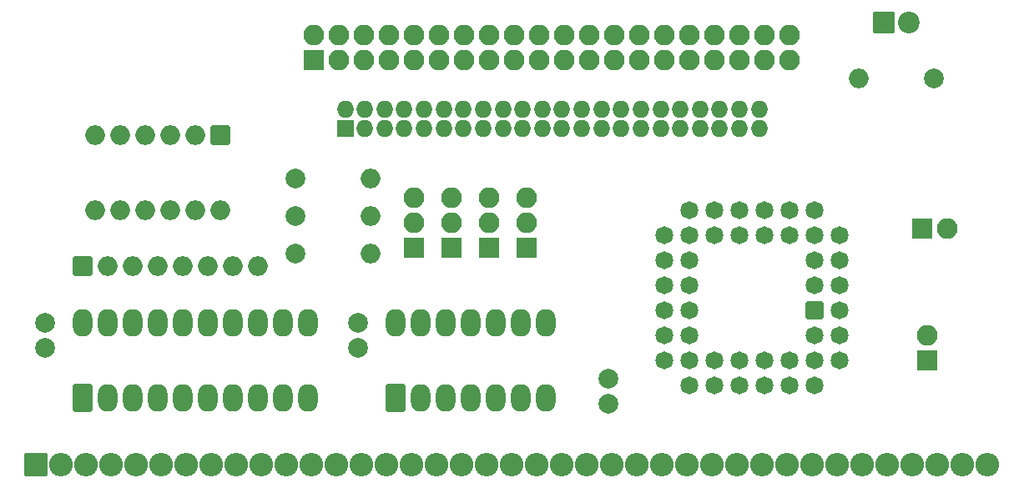
<source format=gbr>
%TF.GenerationSoftware,KiCad,Pcbnew,(6.0.6)*%
%TF.CreationDate,2022-07-25T23:07:27+01:00*%
%TF.ProjectId,rc2014-82c55-ide,72633230-3134-42d3-9832-6335352d6964,3-pre*%
%TF.SameCoordinates,Original*%
%TF.FileFunction,Soldermask,Bot*%
%TF.FilePolarity,Negative*%
%FSLAX46Y46*%
G04 Gerber Fmt 4.6, Leading zero omitted, Abs format (unit mm)*
G04 Created by KiCad (PCBNEW (6.0.6)) date 2022-07-25 23:07:27*
%MOMM*%
%LPD*%
G01*
G04 APERTURE LIST*
G04 Aperture macros list*
%AMRoundRect*
0 Rectangle with rounded corners*
0 $1 Rounding radius*
0 $2 $3 $4 $5 $6 $7 $8 $9 X,Y pos of 4 corners*
0 Add a 4 corners polygon primitive as box body*
4,1,4,$2,$3,$4,$5,$6,$7,$8,$9,$2,$3,0*
0 Add four circle primitives for the rounded corners*
1,1,$1+$1,$2,$3*
1,1,$1+$1,$4,$5*
1,1,$1+$1,$6,$7*
1,1,$1+$1,$8,$9*
0 Add four rect primitives between the rounded corners*
20,1,$1+$1,$2,$3,$4,$5,0*
20,1,$1+$1,$4,$5,$6,$7,0*
20,1,$1+$1,$6,$7,$8,$9,0*
20,1,$1+$1,$8,$9,$2,$3,0*%
G04 Aperture macros list end*
%ADD10RoundRect,0.200000X1.000000X-1.000000X1.000000X1.000000X-1.000000X1.000000X-1.000000X-1.000000X0*%
%ADD11O,2.400000X2.400000*%
%ADD12RoundRect,0.200000X-0.711200X0.711200X-0.711200X-0.711200X0.711200X-0.711200X0.711200X0.711200X0*%
%ADD13C,1.822400*%
%ADD14C,2.000000*%
%ADD15O,2.000000X2.000000*%
%ADD16RoundRect,0.200000X0.800000X-1.200000X0.800000X1.200000X-0.800000X1.200000X-0.800000X-1.200000X0*%
%ADD17O,2.000000X2.800000*%
%ADD18RoundRect,0.200000X0.675000X-0.675000X0.675000X0.675000X-0.675000X0.675000X-0.675000X-0.675000X0*%
%ADD19O,1.750000X1.750000*%
%ADD20RoundRect,0.200000X-0.800000X0.800000X-0.800000X-0.800000X0.800000X-0.800000X0.800000X0.800000X0*%
%ADD21RoundRect,0.200000X0.850000X-0.850000X0.850000X0.850000X-0.850000X0.850000X-0.850000X-0.850000X0*%
%ADD22O,2.100000X2.100000*%
%ADD23RoundRect,0.200000X0.850000X0.850000X-0.850000X0.850000X-0.850000X-0.850000X0.850000X-0.850000X0*%
%ADD24RoundRect,0.200000X-0.800000X-0.800000X0.800000X-0.800000X0.800000X0.800000X-0.800000X0.800000X0*%
%ADD25RoundRect,0.200000X-0.900000X-0.900000X0.900000X-0.900000X0.900000X0.900000X-0.900000X0.900000X0*%
%ADD26C,2.200000*%
G04 APERTURE END LIST*
D10*
%TO.C,P1*%
X62000000Y-163000000D03*
D11*
X64540000Y-163000000D03*
X67080000Y-163000000D03*
X69620000Y-163000000D03*
X72160000Y-163000000D03*
X74700000Y-163000000D03*
X77240000Y-163000000D03*
X79780000Y-163000000D03*
X82320000Y-163000000D03*
X84860000Y-163000000D03*
X87400000Y-163000000D03*
X89940000Y-163000000D03*
X92480000Y-163000000D03*
X95020000Y-163000000D03*
X97560000Y-163000000D03*
X100100000Y-163000000D03*
X102640000Y-163000000D03*
X105180000Y-163000000D03*
X107720000Y-163000000D03*
X110260000Y-163000000D03*
X112800000Y-163000000D03*
X115340000Y-163000000D03*
X117880000Y-163000000D03*
X120420000Y-163000000D03*
X122960000Y-163000000D03*
X125500000Y-163000000D03*
X128040000Y-163000000D03*
X130580000Y-163000000D03*
X133120000Y-163000000D03*
X135660000Y-163000000D03*
X138200000Y-163000000D03*
X140740000Y-163000000D03*
X143280000Y-163000000D03*
X145820000Y-163000000D03*
X148360000Y-163000000D03*
X150900000Y-163000000D03*
X153440000Y-163000000D03*
X155980000Y-163000000D03*
X158520000Y-163000000D03*
%TD*%
D12*
%TO.C,U1*%
X140970000Y-147320000D03*
D13*
X143510000Y-144780000D03*
X140970000Y-144780000D03*
X143510000Y-142240000D03*
X140970000Y-142240000D03*
X143510000Y-139700000D03*
X140970000Y-137160000D03*
X140970000Y-139700000D03*
X138430000Y-137160000D03*
X138430000Y-139700000D03*
X135890000Y-137160000D03*
X135890000Y-139700000D03*
X133350000Y-137160000D03*
X133350000Y-139700000D03*
X130810000Y-137160000D03*
X130810000Y-139700000D03*
X128270000Y-137160000D03*
X125730000Y-139700000D03*
X128270000Y-139700000D03*
X125730000Y-142240000D03*
X128270000Y-142240000D03*
X125730000Y-144780000D03*
X128270000Y-144780000D03*
X125730000Y-147320000D03*
X128270000Y-147320000D03*
X125730000Y-149860000D03*
X128270000Y-149860000D03*
X125730000Y-152400000D03*
X128270000Y-154940000D03*
X128270000Y-152400000D03*
X130810000Y-154940000D03*
X130810000Y-152400000D03*
X133350000Y-154940000D03*
X133350000Y-152400000D03*
X135890000Y-154940000D03*
X135890000Y-152400000D03*
X138430000Y-154940000D03*
X138430000Y-152400000D03*
X140970000Y-154940000D03*
X143510000Y-152400000D03*
X140970000Y-152400000D03*
X143510000Y-149860000D03*
X140970000Y-149860000D03*
X143510000Y-147320000D03*
%TD*%
D14*
%TO.C,R1*%
X153035000Y-123825000D03*
D15*
X145415000Y-123825000D03*
%TD*%
D16*
%TO.C,U2*%
X66675000Y-156210000D03*
D17*
X69215000Y-156210000D03*
X71755000Y-156210000D03*
X74295000Y-156210000D03*
X76835000Y-156210000D03*
X79375000Y-156210000D03*
X81915000Y-156210000D03*
X84455000Y-156210000D03*
X86995000Y-156210000D03*
X89535000Y-156210000D03*
X89535000Y-148590000D03*
X86995000Y-148590000D03*
X84455000Y-148590000D03*
X81915000Y-148590000D03*
X79375000Y-148590000D03*
X76835000Y-148590000D03*
X74295000Y-148590000D03*
X71755000Y-148590000D03*
X69215000Y-148590000D03*
X66675000Y-148590000D03*
%TD*%
D16*
%TO.C,U3*%
X98425000Y-156210000D03*
D17*
X100965000Y-156210000D03*
X103505000Y-156210000D03*
X106045000Y-156210000D03*
X108585000Y-156210000D03*
X111125000Y-156210000D03*
X113665000Y-156210000D03*
X113665000Y-148590000D03*
X111125000Y-148590000D03*
X108585000Y-148590000D03*
X106045000Y-148590000D03*
X103505000Y-148590000D03*
X100965000Y-148590000D03*
X98425000Y-148590000D03*
%TD*%
D18*
%TO.C,J3*%
X93345000Y-128905000D03*
D19*
X93345000Y-126905000D03*
X95345000Y-128905000D03*
X95345000Y-126905000D03*
X97345000Y-128905000D03*
X97345000Y-126905000D03*
X99345000Y-128905000D03*
X99345000Y-126905000D03*
X101345000Y-128905000D03*
X101345000Y-126905000D03*
X103345000Y-128905000D03*
X103345000Y-126905000D03*
X105345000Y-128905000D03*
X105345000Y-126905000D03*
X107345000Y-128905000D03*
X107345000Y-126905000D03*
X109345000Y-128905000D03*
X109345000Y-126905000D03*
X111345000Y-128905000D03*
X111345000Y-126905000D03*
X113345000Y-128905000D03*
X113345000Y-126905000D03*
X115345000Y-128905000D03*
X115345000Y-126905000D03*
X117345000Y-128905000D03*
X117345000Y-126905000D03*
X119345000Y-128905000D03*
X119345000Y-126905000D03*
X121345000Y-128905000D03*
X121345000Y-126905000D03*
X123345000Y-128905000D03*
X123345000Y-126905000D03*
X125345000Y-128905000D03*
X125345000Y-126905000D03*
X127345000Y-128905000D03*
X127345000Y-126905000D03*
X129345000Y-128905000D03*
X129345000Y-126905000D03*
X131345000Y-128905000D03*
X131345000Y-126905000D03*
X133345000Y-128905000D03*
X133345000Y-126905000D03*
X135345000Y-128905000D03*
X135345000Y-126905000D03*
%TD*%
D20*
%TO.C,SW1*%
X80645000Y-129540000D03*
D15*
X78105000Y-129540000D03*
X75565000Y-129540000D03*
X73025000Y-129540000D03*
X70485000Y-129540000D03*
X67945000Y-129540000D03*
X67945000Y-137160000D03*
X70485000Y-137160000D03*
X73025000Y-137160000D03*
X75565000Y-137160000D03*
X78105000Y-137160000D03*
X80645000Y-137160000D03*
%TD*%
D14*
%TO.C,C1*%
X62865000Y-151130000D03*
X62865000Y-148630000D03*
%TD*%
%TO.C,C2*%
X120015000Y-154305000D03*
X120015000Y-156805000D03*
%TD*%
%TO.C,C3*%
X94615000Y-151130000D03*
X94615000Y-148630000D03*
%TD*%
D21*
%TO.C,J2*%
X90170000Y-121920000D03*
D22*
X90170000Y-119380000D03*
X92710000Y-121920000D03*
X92710000Y-119380000D03*
X95250000Y-121920000D03*
X95250000Y-119380000D03*
X97790000Y-121920000D03*
X97790000Y-119380000D03*
X100330000Y-121920000D03*
X100330000Y-119380000D03*
X102870000Y-121920000D03*
X102870000Y-119380000D03*
X105410000Y-121920000D03*
X105410000Y-119380000D03*
X107950000Y-121920000D03*
X107950000Y-119380000D03*
X110490000Y-121920000D03*
X110490000Y-119380000D03*
X113030000Y-121920000D03*
X113030000Y-119380000D03*
X115570000Y-121920000D03*
X115570000Y-119380000D03*
X118110000Y-121920000D03*
X118110000Y-119380000D03*
X120650000Y-121920000D03*
X120650000Y-119380000D03*
X123190000Y-121920000D03*
X123190000Y-119380000D03*
X125730000Y-121920000D03*
X125730000Y-119380000D03*
X128270000Y-121920000D03*
X128270000Y-119380000D03*
X130810000Y-121920000D03*
X130810000Y-119380000D03*
X133350000Y-121920000D03*
X133350000Y-119380000D03*
X135890000Y-121920000D03*
X135890000Y-119380000D03*
X138430000Y-121920000D03*
X138430000Y-119380000D03*
%TD*%
D21*
%TO.C,J1*%
X151892000Y-139065000D03*
D22*
X154432000Y-139065000D03*
%TD*%
D23*
%TO.C,JP1*%
X111760000Y-140970000D03*
D22*
X111760000Y-138430000D03*
X111760000Y-135890000D03*
%TD*%
D23*
%TO.C,JP2*%
X107950000Y-140970000D03*
D22*
X107950000Y-138430000D03*
X107950000Y-135890000D03*
%TD*%
D23*
%TO.C,JP3*%
X104140000Y-140970000D03*
D22*
X104140000Y-138430000D03*
X104140000Y-135890000D03*
%TD*%
D23*
%TO.C,JP4*%
X100330000Y-140970000D03*
D22*
X100330000Y-138430000D03*
X100330000Y-135890000D03*
%TD*%
D24*
%TO.C,RN1*%
X66675000Y-142875000D03*
D15*
X69215000Y-142875000D03*
X71755000Y-142875000D03*
X74295000Y-142875000D03*
X76835000Y-142875000D03*
X79375000Y-142875000D03*
X81915000Y-142875000D03*
X84455000Y-142875000D03*
%TD*%
D14*
%TO.C,R2*%
X88265000Y-133985000D03*
D15*
X95885000Y-133985000D03*
%TD*%
D14*
%TO.C,R3*%
X88265000Y-137795000D03*
D15*
X95885000Y-137795000D03*
%TD*%
D14*
%TO.C,R4*%
X88265000Y-141605000D03*
D15*
X95885000Y-141605000D03*
%TD*%
D25*
%TO.C,D1*%
X147955000Y-118110000D03*
D26*
X150495000Y-118110000D03*
%TD*%
D23*
%TO.C,J5*%
X152400000Y-152400000D03*
D22*
X152400000Y-149860000D03*
%TD*%
M02*

</source>
